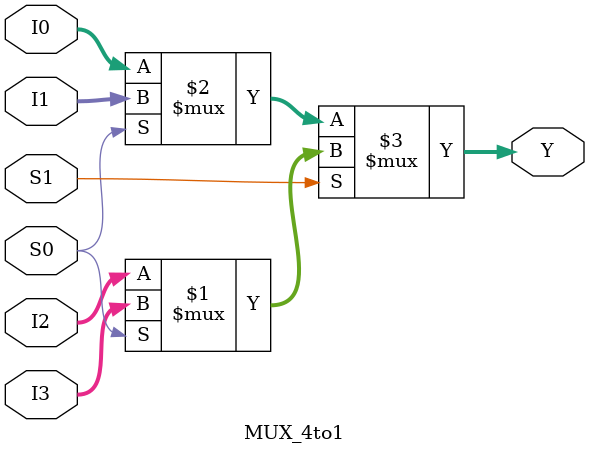
<source format=v>
`timescale 1ns / 1ps


module MUX_4to1(I0, I1, I2, I3, S0, S1, Y);

input [1:0] I0, I1, I2, I3;
input S0, S1;
output [1:0] Y;

assign Y = S1 ? (S0 ? I3 : I2) : (S0 ? I1 : I0);

endmodule

</source>
